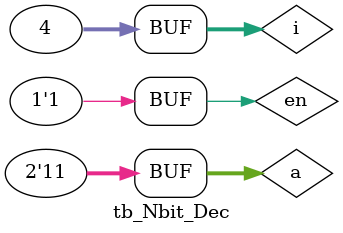
<source format=v>

module tb_Nbit_Dec();
 
  parameter N=2;
  reg [N-1:0]a;
  reg en;
  wire [2**N-1:0]y;

integer i;

Nbit_Dec 
  #(.N(N))
ND1
(
 .a(a),
 .en(en),
 .y(y)
);

initial begin 
  $monitor("a=%b   y=%b  en=%d",a,y,en);
  #1 a=0 ; en=0;
  for(i=0;i<2**N;i=i+1) begin
   #1 a=i ; en=1;
  end
end

endmodule

</source>
